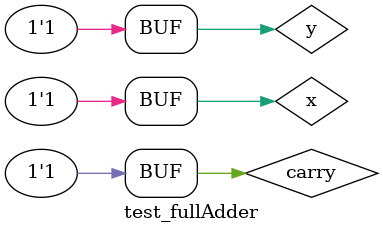
<source format=v>
module fullAdder (output s0,output s1,
input a,
input b,
input carryIn);

wire temp1,temp2,temp3;

xor xor1 ( temp1,a,b );
and and1 ( temp2,a,b );
xor xor2 ( s0,carryIn,temp1 );
and and2 ( temp3,carryIn,temp1 );
or or1   ( s1, temp2, temp3 );


endmodule // fullAdder
module test_fullAdder;
// ------------------------- definir dados
reg  x;
reg  y;
reg carry;
wire [2:0] soma;

fullAdder fa1 (soma[0],soma[1],x,y,carry);

// ------------------------- parte principal
initial begin
$display("Exemplo0021 - TIAGO MATTA MACHADO ZAIDAN - 451620");
$display("Test ALUs full adder");

x = 0; y = 0; carry = 0;
// projetar testes do modulo
#1 $monitor("%b + %b + %b = %b %b",x,y,carry, soma[1],soma[0]);

#1 x = 0; y = 0; carry = 1;
#1 x = 0; y = 1; carry = 0;
#1 x = 0; y = 1; carry = 1;
#1 x = 1; y = 0; carry = 0;
#1 x = 1; y = 0; carry = 1;
#1 x = 1; y = 1; carry = 0;
#1 x = 1; y = 1; carry = 1;
end
endmodule // test_fullAdder
</source>
